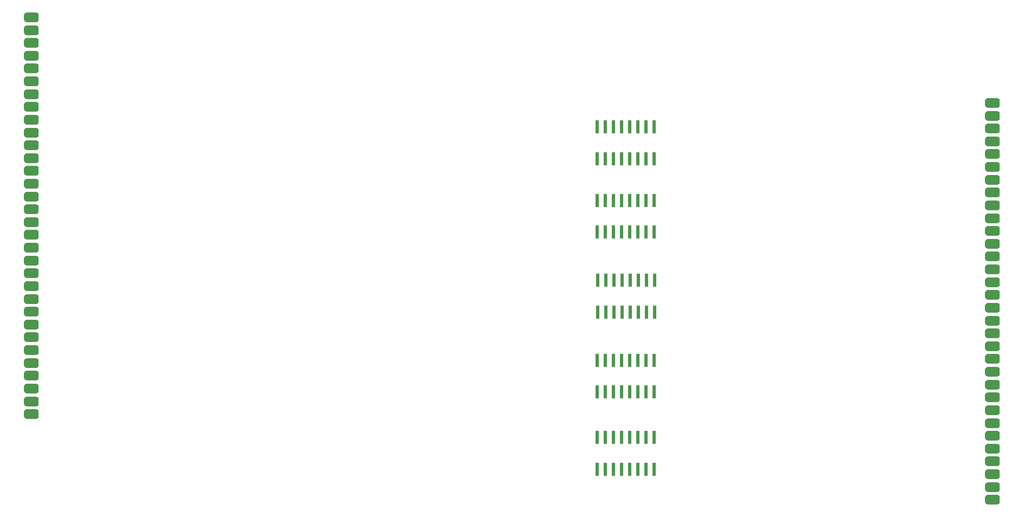
<source format=gbr>
%TF.GenerationSoftware,KiCad,Pcbnew,8.0.3-1.fc40*%
%TF.CreationDate,2024-06-20T14:07:14-04:00*%
%TF.ProjectId,sensor_bar_unified_muxing_1,73656e73-6f72-45f6-9261-725f756e6966,rev?*%
%TF.SameCoordinates,Original*%
%TF.FileFunction,Paste,Top*%
%TF.FilePolarity,Positive*%
%FSLAX46Y46*%
G04 Gerber Fmt 4.6, Leading zero omitted, Abs format (unit mm)*
G04 Created by KiCad (PCBNEW 8.0.3-1.fc40) date 2024-06-20 14:07:14*
%MOMM*%
%LPD*%
G01*
G04 APERTURE LIST*
G04 Aperture macros list*
%AMRoundRect*
0 Rectangle with rounded corners*
0 $1 Rounding radius*
0 $2 $3 $4 $5 $6 $7 $8 $9 X,Y pos of 4 corners*
0 Add a 4 corners polygon primitive as box body*
4,1,4,$2,$3,$4,$5,$6,$7,$8,$9,$2,$3,0*
0 Add four circle primitives for the rounded corners*
1,1,$1+$1,$2,$3*
1,1,$1+$1,$4,$5*
1,1,$1+$1,$6,$7*
1,1,$1+$1,$8,$9*
0 Add four rect primitives between the rounded corners*
20,1,$1+$1,$2,$3,$4,$5,0*
20,1,$1+$1,$4,$5,$6,$7,0*
20,1,$1+$1,$6,$7,$8,$9,0*
20,1,$1+$1,$8,$9,$2,$3,0*%
G04 Aperture macros list end*
%ADD10RoundRect,0.073750X0.221250X-0.911250X0.221250X0.911250X-0.221250X0.911250X-0.221250X-0.911250X0*%
%ADD11RoundRect,0.381000X-0.762000X-0.381000X0.762000X-0.381000X0.762000X0.381000X-0.762000X0.381000X0*%
G04 APERTURE END LIST*
D10*
%TO.C,DG452_0*%
X114475000Y-94505000D03*
X115745000Y-94505000D03*
X117015000Y-94505000D03*
X118285000Y-94505000D03*
X119555000Y-94505000D03*
X120825000Y-94505000D03*
X122095000Y-94505000D03*
X123365000Y-94505000D03*
X123365000Y-89555000D03*
X122095000Y-89555000D03*
X120825000Y-89555000D03*
X119555000Y-89555000D03*
X118285000Y-89555000D03*
X117015000Y-89555000D03*
X115745000Y-89555000D03*
X114475000Y-89555000D03*
%TD*%
%TO.C,DG452_2*%
X114530000Y-69935000D03*
X115800000Y-69935000D03*
X117070000Y-69935000D03*
X118340000Y-69935000D03*
X119610000Y-69935000D03*
X120880000Y-69935000D03*
X122150000Y-69935000D03*
X123420000Y-69935000D03*
X123420000Y-64985000D03*
X122150000Y-64985000D03*
X120880000Y-64985000D03*
X119610000Y-64985000D03*
X118340000Y-64985000D03*
X117070000Y-64985000D03*
X115800000Y-64985000D03*
X114530000Y-64985000D03*
%TD*%
%TO.C,DG452_3*%
X114475000Y-57460000D03*
X115745000Y-57460000D03*
X117015000Y-57460000D03*
X118285000Y-57460000D03*
X119555000Y-57460000D03*
X120825000Y-57460000D03*
X122095000Y-57460000D03*
X123365000Y-57460000D03*
X123365000Y-52510000D03*
X122095000Y-52510000D03*
X120825000Y-52510000D03*
X119555000Y-52510000D03*
X118285000Y-52510000D03*
X117015000Y-52510000D03*
X115745000Y-52510000D03*
X114475000Y-52510000D03*
%TD*%
%TO.C,DG45_4*%
X114510000Y-45985000D03*
X115780000Y-45985000D03*
X117050000Y-45985000D03*
X118320000Y-45985000D03*
X119590000Y-45985000D03*
X120860000Y-45985000D03*
X122130000Y-45985000D03*
X123400000Y-45985000D03*
X123400000Y-41035000D03*
X122130000Y-41035000D03*
X120860000Y-41035000D03*
X119590000Y-41035000D03*
X118320000Y-41035000D03*
X117050000Y-41035000D03*
X115780000Y-41035000D03*
X114510000Y-41035000D03*
%TD*%
D11*
%TO.C,J2*%
X176180000Y-37285000D03*
X176180000Y-39285000D03*
X176180000Y-41285000D03*
X176180000Y-43285000D03*
X176180000Y-45285000D03*
X176180000Y-47285000D03*
X176180000Y-49285000D03*
X176180000Y-51285000D03*
X176180000Y-53285000D03*
X176180000Y-55285000D03*
X176180000Y-57285000D03*
X176180000Y-59285000D03*
X176180000Y-61285000D03*
X176180000Y-63285000D03*
X176180000Y-65285000D03*
X176180000Y-67285000D03*
X176180000Y-69285000D03*
X176180000Y-71285000D03*
X176180000Y-73285000D03*
X176180000Y-75285000D03*
X176180000Y-77285000D03*
X176180000Y-79285000D03*
X176180000Y-81285000D03*
X176180000Y-83285000D03*
X176180000Y-85285000D03*
X176180000Y-87285000D03*
X176180000Y-89285000D03*
X176180000Y-91285000D03*
X176180000Y-93285000D03*
X176180000Y-95285000D03*
X176180000Y-97285000D03*
X176180000Y-99285000D03*
%TD*%
%TO.C,J3*%
X26200000Y-23900000D03*
X26200000Y-25900000D03*
X26200000Y-27900000D03*
X26200000Y-29900000D03*
X26200000Y-31900000D03*
X26200000Y-33900000D03*
X26200000Y-35900000D03*
X26200000Y-37900000D03*
X26200000Y-39900000D03*
X26200000Y-41900000D03*
X26200000Y-43900000D03*
X26200000Y-45900000D03*
X26200000Y-47900000D03*
X26200000Y-49900000D03*
X26200000Y-51900000D03*
X26200000Y-53900000D03*
X26200000Y-55900000D03*
X26200000Y-57900000D03*
X26200000Y-59900000D03*
X26200000Y-61900000D03*
X26200000Y-63900000D03*
X26200000Y-65900000D03*
X26200000Y-67900000D03*
X26200000Y-69900000D03*
X26200000Y-71900000D03*
X26200000Y-73900000D03*
X26200000Y-75900000D03*
X26200000Y-77900000D03*
X26200000Y-79900000D03*
X26200000Y-81900000D03*
X26200000Y-83900000D03*
X26200000Y-85900000D03*
%TD*%
D10*
%TO.C,DG452_1*%
X114475000Y-82410000D03*
X115745000Y-82410000D03*
X117015000Y-82410000D03*
X118285000Y-82410000D03*
X119555000Y-82410000D03*
X120825000Y-82410000D03*
X122095000Y-82410000D03*
X123365000Y-82410000D03*
X123365000Y-77460000D03*
X122095000Y-77460000D03*
X120825000Y-77460000D03*
X119555000Y-77460000D03*
X118285000Y-77460000D03*
X117015000Y-77460000D03*
X115745000Y-77460000D03*
X114475000Y-77460000D03*
%TD*%
M02*

</source>
